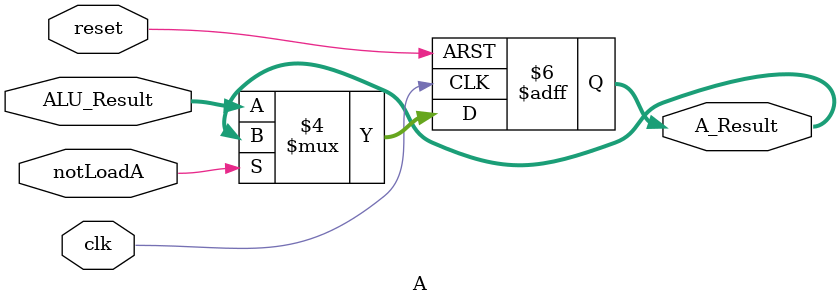
<source format=sv>

module A (input logic clk,
          input logic reset,
          input logic notLoadA,
          input logic [3:0] ALU_Result,
          output logic [3:0] A_Result);


  always @ (posedge clk or posedge reset)
    begin//si esta en reset, se pone q en 0, si no, en el flanco positivo de clk se pasa d a q.
    if (reset)
      A_Result <= 4'b0;
    else if (~notLoadA)
      A_Result <= ALU_Result;
  	else
      A_Result <= A_Result;
    end


endmodule

</source>
